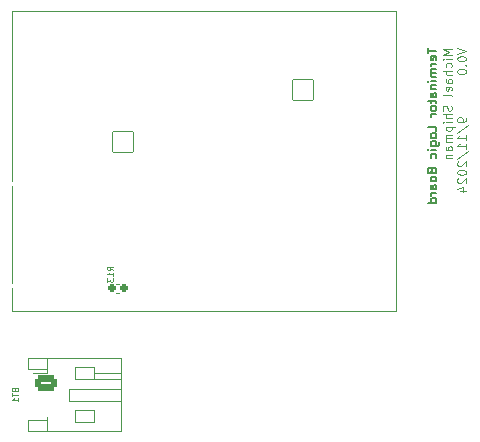
<source format=gbo>
G04 #@! TF.GenerationSoftware,KiCad,Pcbnew,8.0.1*
G04 #@! TF.CreationDate,2024-09-12T17:06:28-04:00*
G04 #@! TF.ProjectId,Digital,44696769-7461-46c2-9e6b-696361645f70,rev?*
G04 #@! TF.SameCoordinates,Original*
G04 #@! TF.FileFunction,Legend,Bot*
G04 #@! TF.FilePolarity,Positive*
%FSLAX46Y46*%
G04 Gerber Fmt 4.6, Leading zero omitted, Abs format (unit mm)*
G04 Created by KiCad (PCBNEW 8.0.1) date 2024-09-12 17:06:28*
%MOMM*%
%LPD*%
G01*
G04 APERTURE LIST*
G04 Aperture macros list*
%AMRoundRect*
0 Rectangle with rounded corners*
0 $1 Rounding radius*
0 $2 $3 $4 $5 $6 $7 $8 $9 X,Y pos of 4 corners*
0 Add a 4 corners polygon primitive as box body*
4,1,4,$2,$3,$4,$5,$6,$7,$8,$9,$2,$3,0*
0 Add four circle primitives for the rounded corners*
1,1,$1+$1,$2,$3*
1,1,$1+$1,$4,$5*
1,1,$1+$1,$6,$7*
1,1,$1+$1,$8,$9*
0 Add four rect primitives between the rounded corners*
20,1,$1+$1,$2,$3,$4,$5,0*
20,1,$1+$1,$4,$5,$6,$7,0*
20,1,$1+$1,$6,$7,$8,$9,0*
20,1,$1+$1,$8,$9,$2,$3,0*%
G04 Aperture macros list end*
%ADD10C,0.100000*%
%ADD11C,0.150000*%
%ADD12C,0.125000*%
%ADD13C,0.120000*%
%ADD14RoundRect,0.038000X0.850000X0.850000X-0.850000X0.850000X-0.850000X-0.850000X0.850000X-0.850000X0*%
%ADD15O,1.776000X1.776000*%
%ADD16C,2.276000*%
%ADD17RoundRect,0.038000X0.850000X-0.850000X0.850000X0.850000X-0.850000X0.850000X-0.850000X-0.850000X0*%
%ADD18RoundRect,0.038000X-0.850000X-0.850000X0.850000X-0.850000X0.850000X0.850000X-0.850000X0.850000X0*%
%ADD19C,0.726000*%
%ADD20O,2.176000X1.076000*%
%ADD21O,1.876000X1.076000*%
%ADD22RoundRect,0.154000X0.154000X0.204000X-0.154000X0.204000X-0.154000X-0.204000X0.154000X-0.204000X0*%
%ADD23RoundRect,0.265833X-0.647167X0.372167X-0.647167X-0.372167X0.647167X-0.372167X0.647167X0.372167X0*%
%ADD24O,1.826000X1.276000*%
G04 APERTURE END LIST*
D10*
X151000000Y-115000000D02*
X151000000Y-140400000D01*
X151000000Y-140400000D02*
X183500000Y-140400000D01*
X183500000Y-115000000D02*
X183500000Y-140400000D01*
X151000000Y-115000000D02*
X183500000Y-115000000D01*
X188195556Y-118244360D02*
X187445556Y-118244360D01*
X187445556Y-118244360D02*
X187981270Y-118494360D01*
X187981270Y-118494360D02*
X187445556Y-118744360D01*
X187445556Y-118744360D02*
X188195556Y-118744360D01*
X188195556Y-119101503D02*
X187695556Y-119101503D01*
X187445556Y-119101503D02*
X187481270Y-119065789D01*
X187481270Y-119065789D02*
X187516984Y-119101503D01*
X187516984Y-119101503D02*
X187481270Y-119137217D01*
X187481270Y-119137217D02*
X187445556Y-119101503D01*
X187445556Y-119101503D02*
X187516984Y-119101503D01*
X188159842Y-119780075D02*
X188195556Y-119708646D01*
X188195556Y-119708646D02*
X188195556Y-119565789D01*
X188195556Y-119565789D02*
X188159842Y-119494360D01*
X188159842Y-119494360D02*
X188124127Y-119458646D01*
X188124127Y-119458646D02*
X188052699Y-119422932D01*
X188052699Y-119422932D02*
X187838413Y-119422932D01*
X187838413Y-119422932D02*
X187766984Y-119458646D01*
X187766984Y-119458646D02*
X187731270Y-119494360D01*
X187731270Y-119494360D02*
X187695556Y-119565789D01*
X187695556Y-119565789D02*
X187695556Y-119708646D01*
X187695556Y-119708646D02*
X187731270Y-119780075D01*
X188195556Y-120101503D02*
X187445556Y-120101503D01*
X188195556Y-120422932D02*
X187802699Y-120422932D01*
X187802699Y-120422932D02*
X187731270Y-120387217D01*
X187731270Y-120387217D02*
X187695556Y-120315789D01*
X187695556Y-120315789D02*
X187695556Y-120208646D01*
X187695556Y-120208646D02*
X187731270Y-120137217D01*
X187731270Y-120137217D02*
X187766984Y-120101503D01*
X188195556Y-121101503D02*
X187802699Y-121101503D01*
X187802699Y-121101503D02*
X187731270Y-121065788D01*
X187731270Y-121065788D02*
X187695556Y-120994360D01*
X187695556Y-120994360D02*
X187695556Y-120851503D01*
X187695556Y-120851503D02*
X187731270Y-120780074D01*
X188159842Y-121101503D02*
X188195556Y-121030074D01*
X188195556Y-121030074D02*
X188195556Y-120851503D01*
X188195556Y-120851503D02*
X188159842Y-120780074D01*
X188159842Y-120780074D02*
X188088413Y-120744360D01*
X188088413Y-120744360D02*
X188016984Y-120744360D01*
X188016984Y-120744360D02*
X187945556Y-120780074D01*
X187945556Y-120780074D02*
X187909842Y-120851503D01*
X187909842Y-120851503D02*
X187909842Y-121030074D01*
X187909842Y-121030074D02*
X187874127Y-121101503D01*
X188159842Y-121744359D02*
X188195556Y-121672931D01*
X188195556Y-121672931D02*
X188195556Y-121530074D01*
X188195556Y-121530074D02*
X188159842Y-121458645D01*
X188159842Y-121458645D02*
X188088413Y-121422931D01*
X188088413Y-121422931D02*
X187802699Y-121422931D01*
X187802699Y-121422931D02*
X187731270Y-121458645D01*
X187731270Y-121458645D02*
X187695556Y-121530074D01*
X187695556Y-121530074D02*
X187695556Y-121672931D01*
X187695556Y-121672931D02*
X187731270Y-121744359D01*
X187731270Y-121744359D02*
X187802699Y-121780074D01*
X187802699Y-121780074D02*
X187874127Y-121780074D01*
X187874127Y-121780074D02*
X187945556Y-121422931D01*
X188195556Y-122208645D02*
X188159842Y-122137216D01*
X188159842Y-122137216D02*
X188088413Y-122101502D01*
X188088413Y-122101502D02*
X187445556Y-122101502D01*
X188159842Y-123030074D02*
X188195556Y-123137217D01*
X188195556Y-123137217D02*
X188195556Y-123315788D01*
X188195556Y-123315788D02*
X188159842Y-123387217D01*
X188159842Y-123387217D02*
X188124127Y-123422931D01*
X188124127Y-123422931D02*
X188052699Y-123458645D01*
X188052699Y-123458645D02*
X187981270Y-123458645D01*
X187981270Y-123458645D02*
X187909842Y-123422931D01*
X187909842Y-123422931D02*
X187874127Y-123387217D01*
X187874127Y-123387217D02*
X187838413Y-123315788D01*
X187838413Y-123315788D02*
X187802699Y-123172931D01*
X187802699Y-123172931D02*
X187766984Y-123101502D01*
X187766984Y-123101502D02*
X187731270Y-123065788D01*
X187731270Y-123065788D02*
X187659842Y-123030074D01*
X187659842Y-123030074D02*
X187588413Y-123030074D01*
X187588413Y-123030074D02*
X187516984Y-123065788D01*
X187516984Y-123065788D02*
X187481270Y-123101502D01*
X187481270Y-123101502D02*
X187445556Y-123172931D01*
X187445556Y-123172931D02*
X187445556Y-123351502D01*
X187445556Y-123351502D02*
X187481270Y-123458645D01*
X188195556Y-123780074D02*
X187445556Y-123780074D01*
X188195556Y-124101503D02*
X187802699Y-124101503D01*
X187802699Y-124101503D02*
X187731270Y-124065788D01*
X187731270Y-124065788D02*
X187695556Y-123994360D01*
X187695556Y-123994360D02*
X187695556Y-123887217D01*
X187695556Y-123887217D02*
X187731270Y-123815788D01*
X187731270Y-123815788D02*
X187766984Y-123780074D01*
X188195556Y-124458645D02*
X187695556Y-124458645D01*
X187445556Y-124458645D02*
X187481270Y-124422931D01*
X187481270Y-124422931D02*
X187516984Y-124458645D01*
X187516984Y-124458645D02*
X187481270Y-124494359D01*
X187481270Y-124494359D02*
X187445556Y-124458645D01*
X187445556Y-124458645D02*
X187516984Y-124458645D01*
X187695556Y-124815788D02*
X188445556Y-124815788D01*
X187731270Y-124815788D02*
X187695556Y-124887217D01*
X187695556Y-124887217D02*
X187695556Y-125030074D01*
X187695556Y-125030074D02*
X187731270Y-125101502D01*
X187731270Y-125101502D02*
X187766984Y-125137217D01*
X187766984Y-125137217D02*
X187838413Y-125172931D01*
X187838413Y-125172931D02*
X188052699Y-125172931D01*
X188052699Y-125172931D02*
X188124127Y-125137217D01*
X188124127Y-125137217D02*
X188159842Y-125101502D01*
X188159842Y-125101502D02*
X188195556Y-125030074D01*
X188195556Y-125030074D02*
X188195556Y-124887217D01*
X188195556Y-124887217D02*
X188159842Y-124815788D01*
X188195556Y-125494359D02*
X187695556Y-125494359D01*
X187766984Y-125494359D02*
X187731270Y-125530073D01*
X187731270Y-125530073D02*
X187695556Y-125601502D01*
X187695556Y-125601502D02*
X187695556Y-125708645D01*
X187695556Y-125708645D02*
X187731270Y-125780073D01*
X187731270Y-125780073D02*
X187802699Y-125815788D01*
X187802699Y-125815788D02*
X188195556Y-125815788D01*
X187802699Y-125815788D02*
X187731270Y-125851502D01*
X187731270Y-125851502D02*
X187695556Y-125922930D01*
X187695556Y-125922930D02*
X187695556Y-126030073D01*
X187695556Y-126030073D02*
X187731270Y-126101502D01*
X187731270Y-126101502D02*
X187802699Y-126137216D01*
X187802699Y-126137216D02*
X188195556Y-126137216D01*
X188195556Y-126815788D02*
X187802699Y-126815788D01*
X187802699Y-126815788D02*
X187731270Y-126780073D01*
X187731270Y-126780073D02*
X187695556Y-126708645D01*
X187695556Y-126708645D02*
X187695556Y-126565788D01*
X187695556Y-126565788D02*
X187731270Y-126494359D01*
X188159842Y-126815788D02*
X188195556Y-126744359D01*
X188195556Y-126744359D02*
X188195556Y-126565788D01*
X188195556Y-126565788D02*
X188159842Y-126494359D01*
X188159842Y-126494359D02*
X188088413Y-126458645D01*
X188088413Y-126458645D02*
X188016984Y-126458645D01*
X188016984Y-126458645D02*
X187945556Y-126494359D01*
X187945556Y-126494359D02*
X187909842Y-126565788D01*
X187909842Y-126565788D02*
X187909842Y-126744359D01*
X187909842Y-126744359D02*
X187874127Y-126815788D01*
X187695556Y-127172930D02*
X188195556Y-127172930D01*
X187766984Y-127172930D02*
X187731270Y-127208644D01*
X187731270Y-127208644D02*
X187695556Y-127280073D01*
X187695556Y-127280073D02*
X187695556Y-127387216D01*
X187695556Y-127387216D02*
X187731270Y-127458644D01*
X187731270Y-127458644D02*
X187802699Y-127494359D01*
X187802699Y-127494359D02*
X188195556Y-127494359D01*
X188653014Y-118137217D02*
X189403014Y-118387217D01*
X189403014Y-118387217D02*
X188653014Y-118637217D01*
X188653014Y-119030074D02*
X188653014Y-119101503D01*
X188653014Y-119101503D02*
X188688728Y-119172931D01*
X188688728Y-119172931D02*
X188724442Y-119208646D01*
X188724442Y-119208646D02*
X188795871Y-119244360D01*
X188795871Y-119244360D02*
X188938728Y-119280074D01*
X188938728Y-119280074D02*
X189117300Y-119280074D01*
X189117300Y-119280074D02*
X189260157Y-119244360D01*
X189260157Y-119244360D02*
X189331585Y-119208646D01*
X189331585Y-119208646D02*
X189367300Y-119172931D01*
X189367300Y-119172931D02*
X189403014Y-119101503D01*
X189403014Y-119101503D02*
X189403014Y-119030074D01*
X189403014Y-119030074D02*
X189367300Y-118958646D01*
X189367300Y-118958646D02*
X189331585Y-118922931D01*
X189331585Y-118922931D02*
X189260157Y-118887217D01*
X189260157Y-118887217D02*
X189117300Y-118851503D01*
X189117300Y-118851503D02*
X188938728Y-118851503D01*
X188938728Y-118851503D02*
X188795871Y-118887217D01*
X188795871Y-118887217D02*
X188724442Y-118922931D01*
X188724442Y-118922931D02*
X188688728Y-118958646D01*
X188688728Y-118958646D02*
X188653014Y-119030074D01*
X189331585Y-119601503D02*
X189367300Y-119637217D01*
X189367300Y-119637217D02*
X189403014Y-119601503D01*
X189403014Y-119601503D02*
X189367300Y-119565789D01*
X189367300Y-119565789D02*
X189331585Y-119601503D01*
X189331585Y-119601503D02*
X189403014Y-119601503D01*
X188653014Y-120101503D02*
X188653014Y-120172932D01*
X188653014Y-120172932D02*
X188688728Y-120244360D01*
X188688728Y-120244360D02*
X188724442Y-120280075D01*
X188724442Y-120280075D02*
X188795871Y-120315789D01*
X188795871Y-120315789D02*
X188938728Y-120351503D01*
X188938728Y-120351503D02*
X189117300Y-120351503D01*
X189117300Y-120351503D02*
X189260157Y-120315789D01*
X189260157Y-120315789D02*
X189331585Y-120280075D01*
X189331585Y-120280075D02*
X189367300Y-120244360D01*
X189367300Y-120244360D02*
X189403014Y-120172932D01*
X189403014Y-120172932D02*
X189403014Y-120101503D01*
X189403014Y-120101503D02*
X189367300Y-120030075D01*
X189367300Y-120030075D02*
X189331585Y-119994360D01*
X189331585Y-119994360D02*
X189260157Y-119958646D01*
X189260157Y-119958646D02*
X189117300Y-119922932D01*
X189117300Y-119922932D02*
X188938728Y-119922932D01*
X188938728Y-119922932D02*
X188795871Y-119958646D01*
X188795871Y-119958646D02*
X188724442Y-119994360D01*
X188724442Y-119994360D02*
X188688728Y-120030075D01*
X188688728Y-120030075D02*
X188653014Y-120101503D01*
X189403014Y-124101502D02*
X189403014Y-124244359D01*
X189403014Y-124244359D02*
X189367300Y-124315788D01*
X189367300Y-124315788D02*
X189331585Y-124351502D01*
X189331585Y-124351502D02*
X189224442Y-124422931D01*
X189224442Y-124422931D02*
X189081585Y-124458645D01*
X189081585Y-124458645D02*
X188795871Y-124458645D01*
X188795871Y-124458645D02*
X188724442Y-124422931D01*
X188724442Y-124422931D02*
X188688728Y-124387217D01*
X188688728Y-124387217D02*
X188653014Y-124315788D01*
X188653014Y-124315788D02*
X188653014Y-124172931D01*
X188653014Y-124172931D02*
X188688728Y-124101502D01*
X188688728Y-124101502D02*
X188724442Y-124065788D01*
X188724442Y-124065788D02*
X188795871Y-124030074D01*
X188795871Y-124030074D02*
X188974442Y-124030074D01*
X188974442Y-124030074D02*
X189045871Y-124065788D01*
X189045871Y-124065788D02*
X189081585Y-124101502D01*
X189081585Y-124101502D02*
X189117300Y-124172931D01*
X189117300Y-124172931D02*
X189117300Y-124315788D01*
X189117300Y-124315788D02*
X189081585Y-124387217D01*
X189081585Y-124387217D02*
X189045871Y-124422931D01*
X189045871Y-124422931D02*
X188974442Y-124458645D01*
X188617300Y-125315788D02*
X189581585Y-124672931D01*
X189403014Y-125958645D02*
X189403014Y-125530074D01*
X189403014Y-125744359D02*
X188653014Y-125744359D01*
X188653014Y-125744359D02*
X188760157Y-125672931D01*
X188760157Y-125672931D02*
X188831585Y-125601502D01*
X188831585Y-125601502D02*
X188867300Y-125530074D01*
X189403014Y-126672931D02*
X189403014Y-126244360D01*
X189403014Y-126458645D02*
X188653014Y-126458645D01*
X188653014Y-126458645D02*
X188760157Y-126387217D01*
X188760157Y-126387217D02*
X188831585Y-126315788D01*
X188831585Y-126315788D02*
X188867300Y-126244360D01*
X188617300Y-127530074D02*
X189581585Y-126887217D01*
X188724442Y-127744360D02*
X188688728Y-127780074D01*
X188688728Y-127780074D02*
X188653014Y-127851503D01*
X188653014Y-127851503D02*
X188653014Y-128030074D01*
X188653014Y-128030074D02*
X188688728Y-128101503D01*
X188688728Y-128101503D02*
X188724442Y-128137217D01*
X188724442Y-128137217D02*
X188795871Y-128172931D01*
X188795871Y-128172931D02*
X188867300Y-128172931D01*
X188867300Y-128172931D02*
X188974442Y-128137217D01*
X188974442Y-128137217D02*
X189403014Y-127708645D01*
X189403014Y-127708645D02*
X189403014Y-128172931D01*
X188653014Y-128637217D02*
X188653014Y-128708646D01*
X188653014Y-128708646D02*
X188688728Y-128780074D01*
X188688728Y-128780074D02*
X188724442Y-128815789D01*
X188724442Y-128815789D02*
X188795871Y-128851503D01*
X188795871Y-128851503D02*
X188938728Y-128887217D01*
X188938728Y-128887217D02*
X189117300Y-128887217D01*
X189117300Y-128887217D02*
X189260157Y-128851503D01*
X189260157Y-128851503D02*
X189331585Y-128815789D01*
X189331585Y-128815789D02*
X189367300Y-128780074D01*
X189367300Y-128780074D02*
X189403014Y-128708646D01*
X189403014Y-128708646D02*
X189403014Y-128637217D01*
X189403014Y-128637217D02*
X189367300Y-128565789D01*
X189367300Y-128565789D02*
X189331585Y-128530074D01*
X189331585Y-128530074D02*
X189260157Y-128494360D01*
X189260157Y-128494360D02*
X189117300Y-128458646D01*
X189117300Y-128458646D02*
X188938728Y-128458646D01*
X188938728Y-128458646D02*
X188795871Y-128494360D01*
X188795871Y-128494360D02*
X188724442Y-128530074D01*
X188724442Y-128530074D02*
X188688728Y-128565789D01*
X188688728Y-128565789D02*
X188653014Y-128637217D01*
X188724442Y-129172932D02*
X188688728Y-129208646D01*
X188688728Y-129208646D02*
X188653014Y-129280075D01*
X188653014Y-129280075D02*
X188653014Y-129458646D01*
X188653014Y-129458646D02*
X188688728Y-129530075D01*
X188688728Y-129530075D02*
X188724442Y-129565789D01*
X188724442Y-129565789D02*
X188795871Y-129601503D01*
X188795871Y-129601503D02*
X188867300Y-129601503D01*
X188867300Y-129601503D02*
X188974442Y-129565789D01*
X188974442Y-129565789D02*
X189403014Y-129137217D01*
X189403014Y-129137217D02*
X189403014Y-129601503D01*
X188903014Y-130244361D02*
X189403014Y-130244361D01*
X188617300Y-130065789D02*
X189153014Y-129887218D01*
X189153014Y-129887218D02*
X189153014Y-130351503D01*
D11*
X186150414Y-118170112D02*
X186150414Y-118598684D01*
X186900414Y-118384398D02*
X186150414Y-118384398D01*
X186864700Y-119134398D02*
X186900414Y-119062970D01*
X186900414Y-119062970D02*
X186900414Y-118920113D01*
X186900414Y-118920113D02*
X186864700Y-118848684D01*
X186864700Y-118848684D02*
X186793271Y-118812970D01*
X186793271Y-118812970D02*
X186507557Y-118812970D01*
X186507557Y-118812970D02*
X186436128Y-118848684D01*
X186436128Y-118848684D02*
X186400414Y-118920113D01*
X186400414Y-118920113D02*
X186400414Y-119062970D01*
X186400414Y-119062970D02*
X186436128Y-119134398D01*
X186436128Y-119134398D02*
X186507557Y-119170113D01*
X186507557Y-119170113D02*
X186578985Y-119170113D01*
X186578985Y-119170113D02*
X186650414Y-118812970D01*
X186900414Y-119491541D02*
X186400414Y-119491541D01*
X186543271Y-119491541D02*
X186471842Y-119527255D01*
X186471842Y-119527255D02*
X186436128Y-119562970D01*
X186436128Y-119562970D02*
X186400414Y-119634398D01*
X186400414Y-119634398D02*
X186400414Y-119705827D01*
X186900414Y-119955827D02*
X186400414Y-119955827D01*
X186471842Y-119955827D02*
X186436128Y-119991541D01*
X186436128Y-119991541D02*
X186400414Y-120062970D01*
X186400414Y-120062970D02*
X186400414Y-120170113D01*
X186400414Y-120170113D02*
X186436128Y-120241541D01*
X186436128Y-120241541D02*
X186507557Y-120277256D01*
X186507557Y-120277256D02*
X186900414Y-120277256D01*
X186507557Y-120277256D02*
X186436128Y-120312970D01*
X186436128Y-120312970D02*
X186400414Y-120384398D01*
X186400414Y-120384398D02*
X186400414Y-120491541D01*
X186400414Y-120491541D02*
X186436128Y-120562970D01*
X186436128Y-120562970D02*
X186507557Y-120598684D01*
X186507557Y-120598684D02*
X186900414Y-120598684D01*
X186900414Y-120955827D02*
X186400414Y-120955827D01*
X186150414Y-120955827D02*
X186186128Y-120920113D01*
X186186128Y-120920113D02*
X186221842Y-120955827D01*
X186221842Y-120955827D02*
X186186128Y-120991541D01*
X186186128Y-120991541D02*
X186150414Y-120955827D01*
X186150414Y-120955827D02*
X186221842Y-120955827D01*
X186400414Y-121312970D02*
X186900414Y-121312970D01*
X186471842Y-121312970D02*
X186436128Y-121348684D01*
X186436128Y-121348684D02*
X186400414Y-121420113D01*
X186400414Y-121420113D02*
X186400414Y-121527256D01*
X186400414Y-121527256D02*
X186436128Y-121598684D01*
X186436128Y-121598684D02*
X186507557Y-121634399D01*
X186507557Y-121634399D02*
X186900414Y-121634399D01*
X186900414Y-122312970D02*
X186507557Y-122312970D01*
X186507557Y-122312970D02*
X186436128Y-122277255D01*
X186436128Y-122277255D02*
X186400414Y-122205827D01*
X186400414Y-122205827D02*
X186400414Y-122062970D01*
X186400414Y-122062970D02*
X186436128Y-121991541D01*
X186864700Y-122312970D02*
X186900414Y-122241541D01*
X186900414Y-122241541D02*
X186900414Y-122062970D01*
X186900414Y-122062970D02*
X186864700Y-121991541D01*
X186864700Y-121991541D02*
X186793271Y-121955827D01*
X186793271Y-121955827D02*
X186721842Y-121955827D01*
X186721842Y-121955827D02*
X186650414Y-121991541D01*
X186650414Y-121991541D02*
X186614700Y-122062970D01*
X186614700Y-122062970D02*
X186614700Y-122241541D01*
X186614700Y-122241541D02*
X186578985Y-122312970D01*
X186400414Y-122562969D02*
X186400414Y-122848683D01*
X186150414Y-122670112D02*
X186793271Y-122670112D01*
X186793271Y-122670112D02*
X186864700Y-122705826D01*
X186864700Y-122705826D02*
X186900414Y-122777255D01*
X186900414Y-122777255D02*
X186900414Y-122848683D01*
X186900414Y-123205826D02*
X186864700Y-123134397D01*
X186864700Y-123134397D02*
X186828985Y-123098683D01*
X186828985Y-123098683D02*
X186757557Y-123062969D01*
X186757557Y-123062969D02*
X186543271Y-123062969D01*
X186543271Y-123062969D02*
X186471842Y-123098683D01*
X186471842Y-123098683D02*
X186436128Y-123134397D01*
X186436128Y-123134397D02*
X186400414Y-123205826D01*
X186400414Y-123205826D02*
X186400414Y-123312969D01*
X186400414Y-123312969D02*
X186436128Y-123384397D01*
X186436128Y-123384397D02*
X186471842Y-123420112D01*
X186471842Y-123420112D02*
X186543271Y-123455826D01*
X186543271Y-123455826D02*
X186757557Y-123455826D01*
X186757557Y-123455826D02*
X186828985Y-123420112D01*
X186828985Y-123420112D02*
X186864700Y-123384397D01*
X186864700Y-123384397D02*
X186900414Y-123312969D01*
X186900414Y-123312969D02*
X186900414Y-123205826D01*
X186900414Y-123777254D02*
X186400414Y-123777254D01*
X186543271Y-123777254D02*
X186471842Y-123812968D01*
X186471842Y-123812968D02*
X186436128Y-123848683D01*
X186436128Y-123848683D02*
X186400414Y-123920111D01*
X186400414Y-123920111D02*
X186400414Y-123991540D01*
X186900414Y-125170112D02*
X186900414Y-124812969D01*
X186900414Y-124812969D02*
X186150414Y-124812969D01*
X186900414Y-125527255D02*
X186864700Y-125455826D01*
X186864700Y-125455826D02*
X186828985Y-125420112D01*
X186828985Y-125420112D02*
X186757557Y-125384398D01*
X186757557Y-125384398D02*
X186543271Y-125384398D01*
X186543271Y-125384398D02*
X186471842Y-125420112D01*
X186471842Y-125420112D02*
X186436128Y-125455826D01*
X186436128Y-125455826D02*
X186400414Y-125527255D01*
X186400414Y-125527255D02*
X186400414Y-125634398D01*
X186400414Y-125634398D02*
X186436128Y-125705826D01*
X186436128Y-125705826D02*
X186471842Y-125741541D01*
X186471842Y-125741541D02*
X186543271Y-125777255D01*
X186543271Y-125777255D02*
X186757557Y-125777255D01*
X186757557Y-125777255D02*
X186828985Y-125741541D01*
X186828985Y-125741541D02*
X186864700Y-125705826D01*
X186864700Y-125705826D02*
X186900414Y-125634398D01*
X186900414Y-125634398D02*
X186900414Y-125527255D01*
X186400414Y-126420112D02*
X187007557Y-126420112D01*
X187007557Y-126420112D02*
X187078985Y-126384397D01*
X187078985Y-126384397D02*
X187114700Y-126348683D01*
X187114700Y-126348683D02*
X187150414Y-126277254D01*
X187150414Y-126277254D02*
X187150414Y-126170112D01*
X187150414Y-126170112D02*
X187114700Y-126098683D01*
X186864700Y-126420112D02*
X186900414Y-126348683D01*
X186900414Y-126348683D02*
X186900414Y-126205826D01*
X186900414Y-126205826D02*
X186864700Y-126134397D01*
X186864700Y-126134397D02*
X186828985Y-126098683D01*
X186828985Y-126098683D02*
X186757557Y-126062969D01*
X186757557Y-126062969D02*
X186543271Y-126062969D01*
X186543271Y-126062969D02*
X186471842Y-126098683D01*
X186471842Y-126098683D02*
X186436128Y-126134397D01*
X186436128Y-126134397D02*
X186400414Y-126205826D01*
X186400414Y-126205826D02*
X186400414Y-126348683D01*
X186400414Y-126348683D02*
X186436128Y-126420112D01*
X186900414Y-126777254D02*
X186400414Y-126777254D01*
X186150414Y-126777254D02*
X186186128Y-126741540D01*
X186186128Y-126741540D02*
X186221842Y-126777254D01*
X186221842Y-126777254D02*
X186186128Y-126812968D01*
X186186128Y-126812968D02*
X186150414Y-126777254D01*
X186150414Y-126777254D02*
X186221842Y-126777254D01*
X186864700Y-127455826D02*
X186900414Y-127384397D01*
X186900414Y-127384397D02*
X186900414Y-127241540D01*
X186900414Y-127241540D02*
X186864700Y-127170111D01*
X186864700Y-127170111D02*
X186828985Y-127134397D01*
X186828985Y-127134397D02*
X186757557Y-127098683D01*
X186757557Y-127098683D02*
X186543271Y-127098683D01*
X186543271Y-127098683D02*
X186471842Y-127134397D01*
X186471842Y-127134397D02*
X186436128Y-127170111D01*
X186436128Y-127170111D02*
X186400414Y-127241540D01*
X186400414Y-127241540D02*
X186400414Y-127384397D01*
X186400414Y-127384397D02*
X186436128Y-127455826D01*
X186507557Y-128598683D02*
X186543271Y-128705826D01*
X186543271Y-128705826D02*
X186578985Y-128741540D01*
X186578985Y-128741540D02*
X186650414Y-128777254D01*
X186650414Y-128777254D02*
X186757557Y-128777254D01*
X186757557Y-128777254D02*
X186828985Y-128741540D01*
X186828985Y-128741540D02*
X186864700Y-128705826D01*
X186864700Y-128705826D02*
X186900414Y-128634397D01*
X186900414Y-128634397D02*
X186900414Y-128348683D01*
X186900414Y-128348683D02*
X186150414Y-128348683D01*
X186150414Y-128348683D02*
X186150414Y-128598683D01*
X186150414Y-128598683D02*
X186186128Y-128670112D01*
X186186128Y-128670112D02*
X186221842Y-128705826D01*
X186221842Y-128705826D02*
X186293271Y-128741540D01*
X186293271Y-128741540D02*
X186364700Y-128741540D01*
X186364700Y-128741540D02*
X186436128Y-128705826D01*
X186436128Y-128705826D02*
X186471842Y-128670112D01*
X186471842Y-128670112D02*
X186507557Y-128598683D01*
X186507557Y-128598683D02*
X186507557Y-128348683D01*
X186900414Y-129205826D02*
X186864700Y-129134397D01*
X186864700Y-129134397D02*
X186828985Y-129098683D01*
X186828985Y-129098683D02*
X186757557Y-129062969D01*
X186757557Y-129062969D02*
X186543271Y-129062969D01*
X186543271Y-129062969D02*
X186471842Y-129098683D01*
X186471842Y-129098683D02*
X186436128Y-129134397D01*
X186436128Y-129134397D02*
X186400414Y-129205826D01*
X186400414Y-129205826D02*
X186400414Y-129312969D01*
X186400414Y-129312969D02*
X186436128Y-129384397D01*
X186436128Y-129384397D02*
X186471842Y-129420112D01*
X186471842Y-129420112D02*
X186543271Y-129455826D01*
X186543271Y-129455826D02*
X186757557Y-129455826D01*
X186757557Y-129455826D02*
X186828985Y-129420112D01*
X186828985Y-129420112D02*
X186864700Y-129384397D01*
X186864700Y-129384397D02*
X186900414Y-129312969D01*
X186900414Y-129312969D02*
X186900414Y-129205826D01*
X186900414Y-130098683D02*
X186507557Y-130098683D01*
X186507557Y-130098683D02*
X186436128Y-130062968D01*
X186436128Y-130062968D02*
X186400414Y-129991540D01*
X186400414Y-129991540D02*
X186400414Y-129848683D01*
X186400414Y-129848683D02*
X186436128Y-129777254D01*
X186864700Y-130098683D02*
X186900414Y-130027254D01*
X186900414Y-130027254D02*
X186900414Y-129848683D01*
X186900414Y-129848683D02*
X186864700Y-129777254D01*
X186864700Y-129777254D02*
X186793271Y-129741540D01*
X186793271Y-129741540D02*
X186721842Y-129741540D01*
X186721842Y-129741540D02*
X186650414Y-129777254D01*
X186650414Y-129777254D02*
X186614700Y-129848683D01*
X186614700Y-129848683D02*
X186614700Y-130027254D01*
X186614700Y-130027254D02*
X186578985Y-130098683D01*
X186900414Y-130455825D02*
X186400414Y-130455825D01*
X186543271Y-130455825D02*
X186471842Y-130491539D01*
X186471842Y-130491539D02*
X186436128Y-130527254D01*
X186436128Y-130527254D02*
X186400414Y-130598682D01*
X186400414Y-130598682D02*
X186400414Y-130670111D01*
X186900414Y-131241540D02*
X186150414Y-131241540D01*
X186864700Y-131241540D02*
X186900414Y-131170111D01*
X186900414Y-131170111D02*
X186900414Y-131027254D01*
X186900414Y-131027254D02*
X186864700Y-130955825D01*
X186864700Y-130955825D02*
X186828985Y-130920111D01*
X186828985Y-130920111D02*
X186757557Y-130884397D01*
X186757557Y-130884397D02*
X186543271Y-130884397D01*
X186543271Y-130884397D02*
X186471842Y-130920111D01*
X186471842Y-130920111D02*
X186436128Y-130955825D01*
X186436128Y-130955825D02*
X186400414Y-131027254D01*
X186400414Y-131027254D02*
X186400414Y-131170111D01*
X186400414Y-131170111D02*
X186436128Y-131241540D01*
D12*
X159524809Y-136978571D02*
X159286714Y-136811905D01*
X159524809Y-136692857D02*
X159024809Y-136692857D01*
X159024809Y-136692857D02*
X159024809Y-136883333D01*
X159024809Y-136883333D02*
X159048619Y-136930952D01*
X159048619Y-136930952D02*
X159072428Y-136954762D01*
X159072428Y-136954762D02*
X159120047Y-136978571D01*
X159120047Y-136978571D02*
X159191476Y-136978571D01*
X159191476Y-136978571D02*
X159239095Y-136954762D01*
X159239095Y-136954762D02*
X159262904Y-136930952D01*
X159262904Y-136930952D02*
X159286714Y-136883333D01*
X159286714Y-136883333D02*
X159286714Y-136692857D01*
X159524809Y-137454762D02*
X159524809Y-137169048D01*
X159524809Y-137311905D02*
X159024809Y-137311905D01*
X159024809Y-137311905D02*
X159096238Y-137264286D01*
X159096238Y-137264286D02*
X159143857Y-137216667D01*
X159143857Y-137216667D02*
X159167666Y-137169048D01*
X159024809Y-137621428D02*
X159024809Y-137930952D01*
X159024809Y-137930952D02*
X159215285Y-137764285D01*
X159215285Y-137764285D02*
X159215285Y-137835714D01*
X159215285Y-137835714D02*
X159239095Y-137883333D01*
X159239095Y-137883333D02*
X159262904Y-137907142D01*
X159262904Y-137907142D02*
X159310523Y-137930952D01*
X159310523Y-137930952D02*
X159429571Y-137930952D01*
X159429571Y-137930952D02*
X159477190Y-137907142D01*
X159477190Y-137907142D02*
X159501000Y-137883333D01*
X159501000Y-137883333D02*
X159524809Y-137835714D01*
X159524809Y-137835714D02*
X159524809Y-137692857D01*
X159524809Y-137692857D02*
X159501000Y-137645238D01*
X159501000Y-137645238D02*
X159477190Y-137621428D01*
X151212904Y-147107143D02*
X151236714Y-147178571D01*
X151236714Y-147178571D02*
X151260523Y-147202381D01*
X151260523Y-147202381D02*
X151308142Y-147226190D01*
X151308142Y-147226190D02*
X151379571Y-147226190D01*
X151379571Y-147226190D02*
X151427190Y-147202381D01*
X151427190Y-147202381D02*
X151451000Y-147178571D01*
X151451000Y-147178571D02*
X151474809Y-147130952D01*
X151474809Y-147130952D02*
X151474809Y-146940476D01*
X151474809Y-146940476D02*
X150974809Y-146940476D01*
X150974809Y-146940476D02*
X150974809Y-147107143D01*
X150974809Y-147107143D02*
X150998619Y-147154762D01*
X150998619Y-147154762D02*
X151022428Y-147178571D01*
X151022428Y-147178571D02*
X151070047Y-147202381D01*
X151070047Y-147202381D02*
X151117666Y-147202381D01*
X151117666Y-147202381D02*
X151165285Y-147178571D01*
X151165285Y-147178571D02*
X151189095Y-147154762D01*
X151189095Y-147154762D02*
X151212904Y-147107143D01*
X151212904Y-147107143D02*
X151212904Y-146940476D01*
X150974809Y-147369048D02*
X150974809Y-147654762D01*
X151474809Y-147511905D02*
X150974809Y-147511905D01*
X151474809Y-148083333D02*
X151474809Y-147797619D01*
X151474809Y-147940476D02*
X150974809Y-147940476D01*
X150974809Y-147940476D02*
X151046238Y-147892857D01*
X151046238Y-147892857D02*
X151093857Y-147845238D01*
X151093857Y-147845238D02*
X151117666Y-147797619D01*
D13*
X159746359Y-138120000D02*
X160053641Y-138120000D01*
X159746359Y-138880000D02*
X160053641Y-138880000D01*
X152340000Y-144440000D02*
X152340000Y-145360000D01*
X152340000Y-145360000D02*
X153940000Y-145360000D01*
X152340000Y-149640000D02*
X152340000Y-150560000D01*
X152340000Y-150560000D02*
X160160000Y-150560000D01*
X152725000Y-145640000D02*
X153940000Y-145640000D01*
X153940000Y-145360000D02*
X153940000Y-144440000D01*
X153940000Y-145360000D02*
X153940000Y-145640000D01*
X153940000Y-149360000D02*
X153940000Y-149640000D01*
X153940000Y-149640000D02*
X152340000Y-149640000D01*
X153940000Y-149640000D02*
X153940000Y-150560000D01*
X155800000Y-147000000D02*
X160160000Y-147000000D01*
X155800000Y-148000000D02*
X155800000Y-147000000D01*
X156300000Y-145200000D02*
X156300000Y-146200000D01*
X156300000Y-146200000D02*
X157900000Y-146200000D01*
X156300000Y-148800000D02*
X157900000Y-148800000D01*
X156300000Y-149800000D02*
X156300000Y-148800000D01*
X157900000Y-145200000D02*
X156300000Y-145200000D01*
X157900000Y-146200000D02*
X157900000Y-145200000D01*
X157900000Y-148800000D02*
X157900000Y-149800000D01*
X157900000Y-149800000D02*
X156300000Y-149800000D01*
X160160000Y-144440000D02*
X152340000Y-144440000D01*
X160160000Y-145700000D02*
X157900000Y-145700000D01*
X160160000Y-146200000D02*
X157900000Y-146200000D01*
X160160000Y-148000000D02*
X155800000Y-148000000D01*
X160160000Y-150560000D02*
X160160000Y-144440000D01*
%LPC*%
D14*
X192700000Y-140350000D03*
D15*
X192700000Y-137810000D03*
X192700000Y-135270000D03*
X192700000Y-132730000D03*
X192700000Y-130190000D03*
X192700000Y-127650000D03*
D16*
X187200000Y-133800000D03*
D17*
X160360000Y-126100000D03*
D15*
X162900000Y-126100000D03*
X165440000Y-126100000D03*
X167980000Y-126100000D03*
D18*
X175600000Y-121700000D03*
D15*
X175600000Y-124240000D03*
D16*
X170900000Y-150200000D03*
D19*
X155605000Y-131110000D03*
X155605000Y-136890000D03*
D20*
X156105000Y-129680000D03*
D21*
X151925000Y-129680000D03*
D20*
X156105000Y-138320000D03*
D21*
X151925000Y-138320000D03*
D22*
X160410000Y-138500000D03*
X159390000Y-138500000D03*
D23*
X153800000Y-146500000D03*
D24*
X153800000Y-148500000D03*
%LPD*%
M02*

</source>
